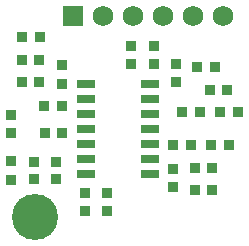
<source format=gts>
G04*
G04 #@! TF.GenerationSoftware,Altium Limited,Altium Designer,25.1.2 (22)*
G04*
G04 Layer_Color=8388736*
%FSLAX26Y26*%
%MOIN*%
G70*
G04*
G04 #@! TF.SameCoordinates,3C89DFF2-4D07-40C4-B63C-CCDB096C3DA4*
G04*
G04*
G04 #@! TF.FilePolarity,Negative*
G04*
G01*
G75*
%ADD14R,0.037745X0.035911*%
%ADD15R,0.035911X0.033808*%
%ADD16R,0.033808X0.035911*%
%ADD17R,0.035911X0.037745*%
G04:AMPARAMS|DCode=19|XSize=27.558mil|YSize=61.023mil|CornerRadius=3.976mil|HoleSize=0mil|Usage=FLASHONLY|Rotation=90.000|XOffset=0mil|YOffset=0mil|HoleType=Round|Shape=RoundedRectangle|*
%AMROUNDEDRECTD19*
21,1,0.027558,0.053071,0,0,90.0*
21,1,0.019606,0.061023,0,0,90.0*
1,1,0.007952,0.026535,0.009803*
1,1,0.007952,0.026535,-0.009803*
1,1,0.007952,-0.026535,-0.009803*
1,1,0.007952,-0.026535,0.009803*
%
%ADD19ROUNDEDRECTD19*%
%ADD20C,0.153936*%
%ADD21C,0.068897*%
%ADD22R,0.068897X0.068897*%
D14*
X238611Y430000D02*
D03*
X181389D02*
D03*
X105000Y675000D02*
D03*
X162221D02*
D03*
X106389Y600000D02*
D03*
X163611D02*
D03*
X738611Y315000D02*
D03*
X681389D02*
D03*
X788611Y575000D02*
D03*
X731389D02*
D03*
X738611Y240000D02*
D03*
X681389D02*
D03*
D15*
X70000Y274421D02*
D03*
Y335579D02*
D03*
X240000Y594421D02*
D03*
Y655579D02*
D03*
X70000Y490579D02*
D03*
Y429421D02*
D03*
X620000Y599421D02*
D03*
Y660579D02*
D03*
X610000Y310579D02*
D03*
Y249421D02*
D03*
X470000Y659421D02*
D03*
Y720579D02*
D03*
D16*
X179421Y520000D02*
D03*
X240579D02*
D03*
X165579Y750000D02*
D03*
X104421D02*
D03*
X795579Y390000D02*
D03*
X734421D02*
D03*
X609421D02*
D03*
X670579D02*
D03*
X825579Y500000D02*
D03*
X764421D02*
D03*
X700579D02*
D03*
X639421D02*
D03*
X689421Y650000D02*
D03*
X750579D02*
D03*
D17*
X220000Y276389D02*
D03*
Y333611D02*
D03*
X145000Y276389D02*
D03*
Y333611D02*
D03*
X315000Y171389D02*
D03*
Y228611D02*
D03*
X545000Y661389D02*
D03*
Y718611D02*
D03*
X390000Y171389D02*
D03*
Y228611D02*
D03*
D19*
X532283Y295000D02*
D03*
Y345000D02*
D03*
Y395000D02*
D03*
Y445000D02*
D03*
Y495000D02*
D03*
Y545000D02*
D03*
Y595000D02*
D03*
X317716Y295000D02*
D03*
Y345000D02*
D03*
Y395000D02*
D03*
Y445000D02*
D03*
Y495000D02*
D03*
Y545000D02*
D03*
Y595000D02*
D03*
D20*
X150000Y150000D02*
D03*
D21*
X775000Y820000D02*
D03*
X675000D02*
D03*
X575000D02*
D03*
X475000D02*
D03*
X375000D02*
D03*
D22*
X275000D02*
D03*
M02*

</source>
